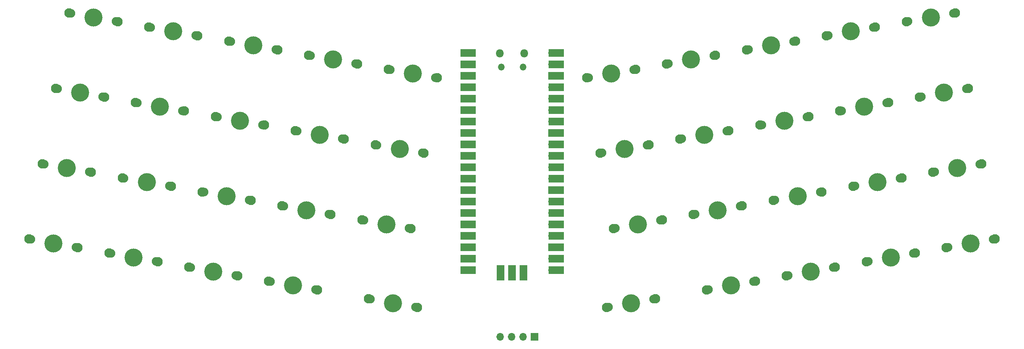
<source format=gbr>
%TF.GenerationSoftware,KiCad,Pcbnew,(5.1.10-1-10_14)*%
%TF.CreationDate,2021-09-19T11:37:43+09:00*%
%TF.ProjectId,Vpico,56706963-6f2e-46b6-9963-61645f706362,rev?*%
%TF.SameCoordinates,Original*%
%TF.FileFunction,Soldermask,Top*%
%TF.FilePolarity,Negative*%
%FSLAX46Y46*%
G04 Gerber Fmt 4.6, Leading zero omitted, Abs format (unit mm)*
G04 Created by KiCad (PCBNEW (5.1.10-1-10_14)) date 2021-09-19 11:37:43*
%MOMM*%
%LPD*%
G01*
G04 APERTURE LIST*
%ADD10C,4.000000*%
%ADD11C,2.100000*%
%ADD12C,1.900000*%
%ADD13O,1.700000X1.700000*%
%ADD14R,1.700000X1.700000*%
%ADD15R,1.700000X3.500000*%
%ADD16O,1.500000X1.500000*%
%ADD17O,1.800000X1.800000*%
%ADD18R,3.500000X1.700000*%
G04 APERTURE END LIST*
D10*
%TO.C,SW30*%
X282810196Y-105980795D03*
D11*
X277393753Y-106935860D03*
X288226639Y-105025730D03*
D12*
X287813019Y-105098662D03*
X277807373Y-106862928D03*
%TD*%
D10*
%TO.C,SW26*%
X211904038Y-118483464D03*
D11*
X206487595Y-119438529D03*
X217320481Y-117528399D03*
D12*
X216906861Y-117601331D03*
X206901215Y-119365597D03*
%TD*%
D10*
%TO.C,SW32*%
X99964324Y-125848194D03*
D11*
X94547881Y-124893129D03*
X105380767Y-126803259D03*
D12*
X104967147Y-126730327D03*
X94961501Y-124966061D03*
%TD*%
D13*
%TO.C,J1*%
X181380000Y-143500000D03*
X183920000Y-143500000D03*
X186460000Y-143500000D03*
D14*
X189000000Y-143500000D03*
%TD*%
D12*
%TO.C,SW36*%
X205421599Y-136888745D03*
X215427245Y-135124479D03*
D11*
X215840865Y-135051547D03*
X205007979Y-136961677D03*
D10*
X210424422Y-136006612D03*
%TD*%
D12*
%TO.C,SW35*%
X152572755Y-135124479D03*
X162578401Y-136888745D03*
D11*
X162992021Y-136961677D03*
X152159135Y-135051547D03*
D10*
X157575578Y-136006612D03*
%TD*%
D13*
%TO.C,U1*%
X186540000Y-128400000D03*
D15*
X186540000Y-129300000D03*
D14*
X184000000Y-128400000D03*
D15*
X184000000Y-129300000D03*
D13*
X181460000Y-128400000D03*
D15*
X181460000Y-129300000D03*
D16*
X186425000Y-83530000D03*
X181575000Y-83530000D03*
D17*
X186725000Y-80500000D03*
X181275000Y-80500000D03*
D18*
X193790000Y-128630000D03*
X193790000Y-126090000D03*
X193790000Y-123550000D03*
X193790000Y-121010000D03*
X193790000Y-118470000D03*
X193790000Y-115930000D03*
X193790000Y-113390000D03*
X193790000Y-110850000D03*
X193790000Y-108310000D03*
X193790000Y-105770000D03*
X193790000Y-103230000D03*
X193790000Y-100690000D03*
X193790000Y-98150000D03*
X193790000Y-95610000D03*
X193790000Y-93070000D03*
X193790000Y-90530000D03*
X193790000Y-87990000D03*
X193790000Y-85450000D03*
X193790000Y-82910000D03*
X193790000Y-80370000D03*
X174210000Y-128630000D03*
X174210000Y-126090000D03*
X174210000Y-123550000D03*
X174210000Y-121010000D03*
X174210000Y-118470000D03*
X174210000Y-115930000D03*
X174210000Y-113390000D03*
X174210000Y-110850000D03*
X174210000Y-108310000D03*
X174210000Y-105770000D03*
X174210000Y-103230000D03*
X174210000Y-100690000D03*
X174210000Y-98150000D03*
X174210000Y-95610000D03*
X174210000Y-93070000D03*
X174210000Y-90530000D03*
X174210000Y-87990000D03*
X174210000Y-85450000D03*
X174210000Y-82910000D03*
X174210000Y-80370000D03*
D13*
X192890000Y-80370000D03*
X192890000Y-82910000D03*
D14*
X192890000Y-85450000D03*
D13*
X192890000Y-87990000D03*
X192890000Y-90530000D03*
X192890000Y-93070000D03*
X192890000Y-95610000D03*
D14*
X192890000Y-98150000D03*
D13*
X192890000Y-100690000D03*
X192890000Y-103230000D03*
X192890000Y-105770000D03*
X192890000Y-108310000D03*
D14*
X192890000Y-110850000D03*
D13*
X192890000Y-113390000D03*
X192890000Y-115930000D03*
X192890000Y-118470000D03*
X192890000Y-121010000D03*
D14*
X192890000Y-123550000D03*
D13*
X192890000Y-126090000D03*
X192890000Y-128630000D03*
X175110000Y-128630000D03*
X175110000Y-126090000D03*
D14*
X175110000Y-123550000D03*
D13*
X175110000Y-121010000D03*
X175110000Y-118470000D03*
X175110000Y-115930000D03*
X175110000Y-113390000D03*
D14*
X175110000Y-110850000D03*
D13*
X175110000Y-108310000D03*
X175110000Y-105770000D03*
X175110000Y-103230000D03*
X175110000Y-100690000D03*
D14*
X175110000Y-98150000D03*
D13*
X175110000Y-95610000D03*
X175110000Y-93070000D03*
X175110000Y-90530000D03*
X175110000Y-87990000D03*
D14*
X175110000Y-85450000D03*
D13*
X175110000Y-82910000D03*
X175110000Y-80370000D03*
%TD*%
D10*
%TO.C,SW40*%
X285762215Y-122722527D03*
D11*
X280345772Y-123677592D03*
X291178658Y-121767462D03*
D12*
X290765038Y-121840394D03*
X280759392Y-123604660D03*
%TD*%
D10*
%TO.C,SW39*%
X268035676Y-125848194D03*
D11*
X262619233Y-126803259D03*
X273452119Y-124893129D03*
D12*
X273038499Y-124966061D03*
X263032853Y-126730327D03*
%TD*%
D10*
%TO.C,SW38*%
X250309136Y-128973861D03*
D11*
X244892693Y-129928926D03*
X255725579Y-128018796D03*
D12*
X255311959Y-128091728D03*
X245306313Y-129855994D03*
%TD*%
D10*
%TO.C,SW37*%
X232582597Y-132099528D03*
D11*
X227166154Y-133054593D03*
X237999040Y-131144463D03*
D12*
X237585420Y-131217395D03*
X227579774Y-132981661D03*
%TD*%
D10*
%TO.C,SW34*%
X135417403Y-132099528D03*
D11*
X130000960Y-131144463D03*
X140833846Y-133054593D03*
D12*
X140420226Y-132981661D03*
X130414580Y-131217395D03*
%TD*%
D10*
%TO.C,SW33*%
X117690864Y-128973861D03*
D11*
X112274421Y-128018796D03*
X123107307Y-129928926D03*
D12*
X122693687Y-129855994D03*
X112688041Y-128091728D03*
%TD*%
D10*
%TO.C,SW31*%
X82237785Y-122722527D03*
D11*
X76821342Y-121767462D03*
X87654228Y-123677592D03*
D12*
X87240608Y-123604660D03*
X77234962Y-121840394D03*
%TD*%
D10*
%TO.C,SW29*%
X265083657Y-109106462D03*
D11*
X259667214Y-110061527D03*
X270500100Y-108151397D03*
D12*
X270086480Y-108224329D03*
X260080834Y-109988595D03*
%TD*%
D10*
%TO.C,SW28*%
X247357117Y-112232129D03*
D11*
X241940674Y-113187194D03*
X252773560Y-111277064D03*
D12*
X252359940Y-111349996D03*
X242354294Y-113114262D03*
%TD*%
D10*
%TO.C,SW27*%
X229630578Y-115357796D03*
D11*
X224214135Y-116312861D03*
X235047021Y-114402731D03*
D12*
X234633401Y-114475663D03*
X224627755Y-116239929D03*
%TD*%
D10*
%TO.C,SW25*%
X156095962Y-118483464D03*
D11*
X150679519Y-117528399D03*
X161512405Y-119438529D03*
D12*
X161098785Y-119365597D03*
X151093139Y-117601331D03*
%TD*%
D10*
%TO.C,SW24*%
X138369422Y-115357796D03*
D11*
X132952979Y-114402731D03*
X143785865Y-116312861D03*
D12*
X143372245Y-116239929D03*
X133366599Y-114475663D03*
%TD*%
D10*
%TO.C,SW23*%
X120642883Y-112232129D03*
D11*
X115226440Y-111277064D03*
X126059326Y-113187194D03*
D12*
X125645706Y-113114262D03*
X115640060Y-111349996D03*
%TD*%
D10*
%TO.C,SW22*%
X102916343Y-109106462D03*
D11*
X97499900Y-108151397D03*
X108332786Y-110061527D03*
D12*
X107919166Y-109988595D03*
X97913520Y-108224329D03*
%TD*%
D10*
%TO.C,SW21*%
X85189804Y-105980795D03*
D11*
X79773361Y-105025730D03*
X90606247Y-106935860D03*
D12*
X90192627Y-106862928D03*
X80186981Y-105098662D03*
%TD*%
D10*
%TO.C,SW20*%
X279858177Y-89239063D03*
D11*
X274441734Y-90194128D03*
X285274620Y-88283998D03*
D12*
X284861000Y-88356930D03*
X274855354Y-90121196D03*
%TD*%
D10*
%TO.C,SW19*%
X262131638Y-92364730D03*
D11*
X256715195Y-93319795D03*
X267548081Y-91409665D03*
D12*
X267134461Y-91482597D03*
X257128815Y-93246863D03*
%TD*%
D10*
%TO.C,SW18*%
X244405098Y-95490397D03*
D11*
X238988655Y-96445462D03*
X249821541Y-94535332D03*
D12*
X249407921Y-94608264D03*
X239402275Y-96372530D03*
%TD*%
D10*
%TO.C,SW17*%
X226678559Y-98616065D03*
D11*
X221262116Y-99571130D03*
X232095002Y-97661000D03*
D12*
X231681382Y-97733932D03*
X221675736Y-99498198D03*
%TD*%
D10*
%TO.C,SW16*%
X208952019Y-101741732D03*
D11*
X203535576Y-102696797D03*
X214368462Y-100786667D03*
D12*
X213954842Y-100859599D03*
X203949196Y-102623865D03*
%TD*%
D10*
%TO.C,SW15*%
X159047981Y-101741732D03*
D11*
X153631538Y-100786667D03*
X164464424Y-102696797D03*
D12*
X164050804Y-102623865D03*
X154045158Y-100859599D03*
%TD*%
D10*
%TO.C,SW14*%
X141321441Y-98616065D03*
D11*
X135904998Y-97661000D03*
X146737884Y-99571130D03*
D12*
X146324264Y-99498198D03*
X136318618Y-97733932D03*
%TD*%
D10*
%TO.C,SW13*%
X123594902Y-95490397D03*
D11*
X118178459Y-94535332D03*
X129011345Y-96445462D03*
D12*
X128597725Y-96372530D03*
X118592079Y-94608264D03*
%TD*%
D10*
%TO.C,SW12*%
X105868362Y-92364730D03*
D11*
X100451919Y-91409665D03*
X111284805Y-93319795D03*
D12*
X110871185Y-93246863D03*
X100865539Y-91482597D03*
%TD*%
D10*
%TO.C,SW11*%
X88141823Y-89239063D03*
D11*
X82725380Y-88283998D03*
X93558266Y-90194128D03*
D12*
X93144646Y-90121196D03*
X83139000Y-88356930D03*
%TD*%
D10*
%TO.C,SW10*%
X276906158Y-72497331D03*
D11*
X271489715Y-73452396D03*
X282322601Y-71542266D03*
D12*
X281908981Y-71615198D03*
X271903335Y-73379464D03*
%TD*%
D10*
%TO.C,SW9*%
X259179619Y-75622998D03*
D11*
X253763176Y-76578063D03*
X264596062Y-74667933D03*
D12*
X264182442Y-74740865D03*
X254176796Y-76505131D03*
%TD*%
D10*
%TO.C,SW8*%
X241453079Y-78748666D03*
D11*
X236036636Y-79703731D03*
X246869522Y-77793601D03*
D12*
X246455902Y-77866533D03*
X236450256Y-79630799D03*
%TD*%
D10*
%TO.C,SW7*%
X223726540Y-81874333D03*
D11*
X218310097Y-82829398D03*
X229142983Y-80919268D03*
D12*
X228729363Y-80992200D03*
X218723717Y-82756466D03*
%TD*%
D10*
%TO.C,SW6*%
X206000000Y-85000000D03*
D11*
X200583557Y-85955065D03*
X211416443Y-84044935D03*
D12*
X211002823Y-84117867D03*
X200997177Y-85882133D03*
%TD*%
D10*
%TO.C,SW5*%
X162000000Y-85000000D03*
D11*
X156583557Y-84044935D03*
X167416443Y-85955065D03*
D12*
X167002823Y-85882133D03*
X156997177Y-84117867D03*
%TD*%
D10*
%TO.C,SW4*%
X144273460Y-81874333D03*
D11*
X138857017Y-80919268D03*
X149689903Y-82829398D03*
D12*
X149276283Y-82756466D03*
X139270637Y-80992200D03*
%TD*%
D10*
%TO.C,SW3*%
X126546921Y-78748666D03*
D11*
X121130478Y-77793601D03*
X131963364Y-79703731D03*
D12*
X131549744Y-79630799D03*
X121544098Y-77866533D03*
%TD*%
D10*
%TO.C,SW2*%
X108820381Y-75622998D03*
D11*
X103403938Y-74667933D03*
X114236824Y-76578063D03*
D12*
X113823204Y-76505131D03*
X103817558Y-74740865D03*
%TD*%
D10*
%TO.C,SW1*%
X91093842Y-72497331D03*
D11*
X85677399Y-71542266D03*
X96510285Y-73452396D03*
D12*
X96096665Y-73379464D03*
X86091019Y-71615198D03*
%TD*%
M02*

</source>
